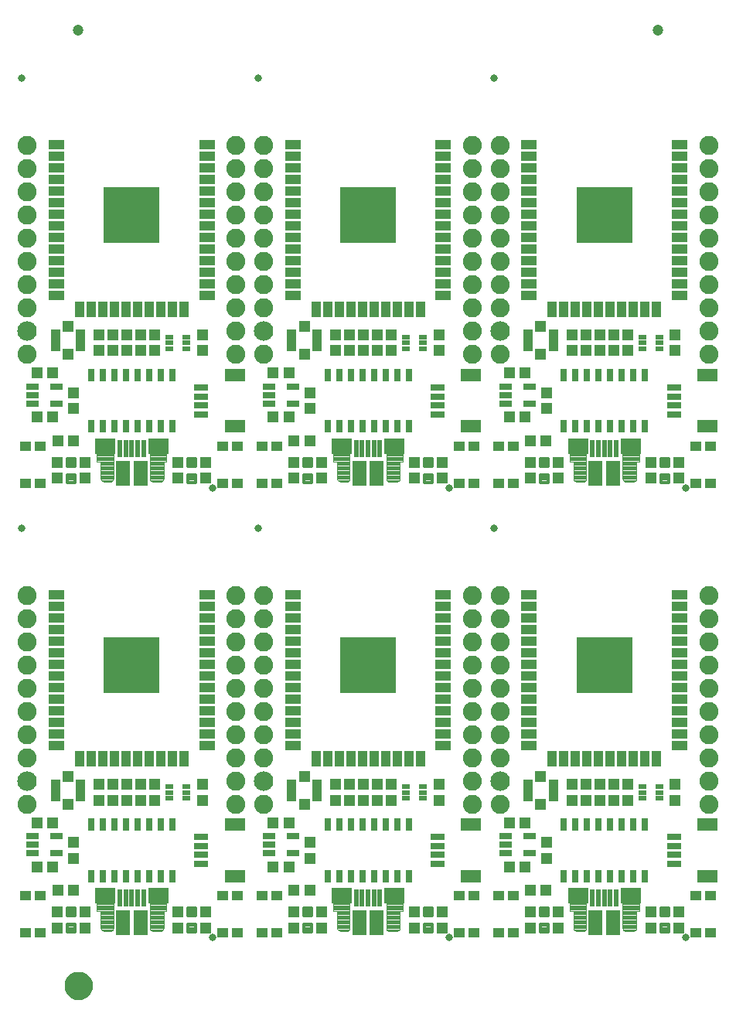
<source format=gts>
G75*
%MOIN*%
%OFA0B0*%
%FSLAX25Y25*%
%IPPOS*%
%LPD*%
%AMOC8*
5,1,8,0,0,1.08239X$1,22.5*
%
%ADD10C,0.08400*%
%ADD11R,0.04737X0.05131*%
%ADD12R,0.03398X0.01981*%
%ADD13R,0.06706X0.04343*%
%ADD14R,0.04343X0.06706*%
%ADD15R,0.24422X0.24422*%
%ADD16R,0.02375X0.07690*%
%ADD17R,0.08674X0.06548*%
%ADD18R,0.06410X0.10643*%
%ADD19C,0.00400*%
%ADD20R,0.05524X0.02965*%
%ADD21R,0.05131X0.04737*%
%ADD22R,0.08674X0.05524*%
%ADD23R,0.06115X0.03162*%
%ADD24R,0.04737X0.04343*%
%ADD25C,0.01421*%
%ADD26R,0.04146X0.09461*%
%ADD27R,0.04737X0.04934*%
%ADD28R,0.03162X0.05524*%
%ADD29C,0.08200*%
%ADD30C,0.03300*%
%ADD31C,0.04737*%
%ADD32C,0.05000*%
%ADD33C,0.06706*%
D10*
X0033500Y0108750D03*
X0135421Y0108750D03*
X0237342Y0108750D03*
X0237342Y0302451D03*
X0135421Y0302451D03*
X0033500Y0302451D03*
D11*
X0053500Y0275797D03*
X0053500Y0269104D03*
X0058500Y0245797D03*
X0058500Y0239104D03*
X0046500Y0239104D03*
X0046500Y0245797D03*
X0064500Y0294104D03*
X0070500Y0294104D03*
X0076500Y0294104D03*
X0082500Y0294104D03*
X0088500Y0294104D03*
X0088500Y0300797D03*
X0082500Y0300797D03*
X0076500Y0300797D03*
X0070500Y0300797D03*
X0064500Y0300797D03*
X0098500Y0245797D03*
X0098500Y0239104D03*
X0110500Y0239104D03*
X0110500Y0245797D03*
X0109000Y0294104D03*
X0109000Y0300797D03*
X0148421Y0245797D03*
X0148421Y0239104D03*
X0160421Y0239104D03*
X0160421Y0245797D03*
X0155421Y0269104D03*
X0155421Y0275797D03*
X0166421Y0294104D03*
X0172421Y0294104D03*
X0178421Y0294104D03*
X0184421Y0294104D03*
X0190421Y0294104D03*
X0190421Y0300797D03*
X0184421Y0300797D03*
X0178421Y0300797D03*
X0172421Y0300797D03*
X0166421Y0300797D03*
X0210921Y0300797D03*
X0210921Y0294104D03*
X0212421Y0245797D03*
X0212421Y0239104D03*
X0200421Y0239104D03*
X0200421Y0245797D03*
X0250342Y0245797D03*
X0250342Y0239104D03*
X0262342Y0239104D03*
X0262342Y0245797D03*
X0257342Y0269104D03*
X0257342Y0275797D03*
X0268342Y0294104D03*
X0274342Y0294104D03*
X0280342Y0294104D03*
X0286342Y0294104D03*
X0292342Y0294104D03*
X0292342Y0300797D03*
X0286342Y0300797D03*
X0280342Y0300797D03*
X0274342Y0300797D03*
X0268342Y0300797D03*
X0312842Y0300797D03*
X0312842Y0294104D03*
X0314342Y0245797D03*
X0314342Y0239104D03*
X0302342Y0239104D03*
X0302342Y0245797D03*
X0292342Y0107096D03*
X0292342Y0100404D03*
X0286342Y0100404D03*
X0286342Y0107096D03*
X0280342Y0107096D03*
X0274342Y0107096D03*
X0274342Y0100404D03*
X0280342Y0100404D03*
X0268342Y0100404D03*
X0268342Y0107096D03*
X0257342Y0082096D03*
X0257342Y0075404D03*
X0262342Y0052096D03*
X0262342Y0045404D03*
X0250342Y0045404D03*
X0250342Y0052096D03*
X0212421Y0052096D03*
X0212421Y0045404D03*
X0200421Y0045404D03*
X0200421Y0052096D03*
X0190421Y0100404D03*
X0184421Y0100404D03*
X0184421Y0107096D03*
X0190421Y0107096D03*
X0178421Y0107096D03*
X0178421Y0100404D03*
X0172421Y0100404D03*
X0166421Y0100404D03*
X0166421Y0107096D03*
X0172421Y0107096D03*
X0155421Y0082096D03*
X0155421Y0075404D03*
X0160421Y0052096D03*
X0160421Y0045404D03*
X0148421Y0045404D03*
X0148421Y0052096D03*
X0110500Y0052096D03*
X0110500Y0045404D03*
X0098500Y0045404D03*
X0098500Y0052096D03*
X0088500Y0100404D03*
X0088500Y0107096D03*
X0082500Y0107096D03*
X0076500Y0107096D03*
X0076500Y0100404D03*
X0082500Y0100404D03*
X0070500Y0100404D03*
X0070500Y0107096D03*
X0064500Y0107096D03*
X0064500Y0100404D03*
X0053500Y0082096D03*
X0053500Y0075404D03*
X0058500Y0052096D03*
X0058500Y0045404D03*
X0046500Y0045404D03*
X0046500Y0052096D03*
X0109000Y0100404D03*
X0109000Y0107096D03*
X0210921Y0107096D03*
X0210921Y0100404D03*
X0302342Y0052096D03*
X0302342Y0045404D03*
X0314342Y0045404D03*
X0314342Y0052096D03*
X0312842Y0100404D03*
X0312842Y0107096D03*
D12*
X0305965Y0106309D03*
X0305965Y0103750D03*
X0305965Y0101191D03*
X0298720Y0101191D03*
X0298720Y0103750D03*
X0298720Y0106309D03*
X0204043Y0106309D03*
X0204043Y0103750D03*
X0204043Y0101191D03*
X0196799Y0101191D03*
X0196799Y0103750D03*
X0196799Y0106309D03*
X0102122Y0106309D03*
X0102122Y0103750D03*
X0102122Y0101191D03*
X0094878Y0101191D03*
X0094878Y0103750D03*
X0094878Y0106309D03*
X0094878Y0294892D03*
X0094878Y0297451D03*
X0094878Y0300010D03*
X0102122Y0300010D03*
X0102122Y0297451D03*
X0102122Y0294892D03*
X0196799Y0294892D03*
X0196799Y0297451D03*
X0196799Y0300010D03*
X0204043Y0300010D03*
X0204043Y0297451D03*
X0204043Y0294892D03*
X0298720Y0294892D03*
X0298720Y0297451D03*
X0298720Y0300010D03*
X0305965Y0300010D03*
X0305965Y0297451D03*
X0305965Y0294892D03*
D13*
X0314776Y0317766D03*
X0314776Y0322766D03*
X0314776Y0327766D03*
X0314776Y0332766D03*
X0314776Y0337766D03*
X0314776Y0342766D03*
X0314776Y0347766D03*
X0314776Y0352766D03*
X0314776Y0357766D03*
X0314776Y0362766D03*
X0314776Y0367766D03*
X0314776Y0372766D03*
X0314776Y0377766D03*
X0314776Y0382766D03*
X0249909Y0382766D03*
X0249909Y0377766D03*
X0249909Y0372766D03*
X0249909Y0367766D03*
X0249909Y0362766D03*
X0249909Y0357766D03*
X0249909Y0352766D03*
X0249909Y0347766D03*
X0249909Y0342766D03*
X0249909Y0337766D03*
X0249909Y0332766D03*
X0249909Y0327766D03*
X0249909Y0322766D03*
X0249909Y0317766D03*
X0212854Y0317766D03*
X0212854Y0322766D03*
X0212854Y0327766D03*
X0212854Y0332766D03*
X0212854Y0337766D03*
X0212854Y0342766D03*
X0212854Y0347766D03*
X0212854Y0352766D03*
X0212854Y0357766D03*
X0212854Y0362766D03*
X0212854Y0367766D03*
X0212854Y0372766D03*
X0212854Y0377766D03*
X0212854Y0382766D03*
X0147988Y0382766D03*
X0147988Y0377766D03*
X0147988Y0372766D03*
X0147988Y0367766D03*
X0147988Y0362766D03*
X0147988Y0357766D03*
X0147988Y0352766D03*
X0147988Y0347766D03*
X0147988Y0342766D03*
X0147988Y0337766D03*
X0147988Y0332766D03*
X0147988Y0327766D03*
X0147988Y0322766D03*
X0147988Y0317766D03*
X0110933Y0317766D03*
X0110933Y0322766D03*
X0110933Y0327766D03*
X0110933Y0332766D03*
X0110933Y0337766D03*
X0110933Y0342766D03*
X0110933Y0347766D03*
X0110933Y0352766D03*
X0110933Y0357766D03*
X0110933Y0362766D03*
X0110933Y0367766D03*
X0110933Y0372766D03*
X0110933Y0377766D03*
X0110933Y0382766D03*
X0046067Y0382766D03*
X0046067Y0377766D03*
X0046067Y0372766D03*
X0046067Y0367766D03*
X0046067Y0362766D03*
X0046067Y0357766D03*
X0046067Y0352766D03*
X0046067Y0347766D03*
X0046067Y0342766D03*
X0046067Y0337766D03*
X0046067Y0332766D03*
X0046067Y0327766D03*
X0046067Y0322766D03*
X0046067Y0317766D03*
X0046067Y0189065D03*
X0046067Y0184065D03*
X0046067Y0179065D03*
X0046067Y0174065D03*
X0046067Y0169065D03*
X0046067Y0164065D03*
X0046067Y0159065D03*
X0046067Y0154065D03*
X0046067Y0149065D03*
X0046067Y0144065D03*
X0046067Y0139065D03*
X0046067Y0134065D03*
X0046067Y0129065D03*
X0046067Y0124065D03*
X0110933Y0124065D03*
X0110933Y0129065D03*
X0110933Y0134065D03*
X0110933Y0139065D03*
X0110933Y0144065D03*
X0110933Y0149065D03*
X0110933Y0154065D03*
X0110933Y0159065D03*
X0110933Y0164065D03*
X0110933Y0169065D03*
X0110933Y0174065D03*
X0110933Y0179065D03*
X0110933Y0184065D03*
X0110933Y0189065D03*
X0147988Y0189065D03*
X0147988Y0184065D03*
X0147988Y0179065D03*
X0147988Y0174065D03*
X0147988Y0169065D03*
X0147988Y0164065D03*
X0147988Y0159065D03*
X0147988Y0154065D03*
X0147988Y0149065D03*
X0147988Y0144065D03*
X0147988Y0139065D03*
X0147988Y0134065D03*
X0147988Y0129065D03*
X0147988Y0124065D03*
X0212854Y0124065D03*
X0212854Y0129065D03*
X0212854Y0134065D03*
X0212854Y0139065D03*
X0212854Y0144065D03*
X0212854Y0149065D03*
X0212854Y0154065D03*
X0212854Y0159065D03*
X0212854Y0164065D03*
X0212854Y0169065D03*
X0212854Y0174065D03*
X0212854Y0179065D03*
X0212854Y0184065D03*
X0212854Y0189065D03*
X0249909Y0189065D03*
X0249909Y0184065D03*
X0249909Y0179065D03*
X0249909Y0174065D03*
X0249909Y0169065D03*
X0249909Y0164065D03*
X0249909Y0159065D03*
X0249909Y0154065D03*
X0249909Y0149065D03*
X0249909Y0144065D03*
X0249909Y0139065D03*
X0249909Y0134065D03*
X0249909Y0129065D03*
X0249909Y0124065D03*
X0314776Y0124065D03*
X0314776Y0129065D03*
X0314776Y0134065D03*
X0314776Y0139065D03*
X0314776Y0144065D03*
X0314776Y0149065D03*
X0314776Y0154065D03*
X0314776Y0159065D03*
X0314776Y0164065D03*
X0314776Y0169065D03*
X0314776Y0174065D03*
X0314776Y0179065D03*
X0314776Y0184065D03*
X0314776Y0189065D03*
D14*
X0304842Y0118199D03*
X0299842Y0118199D03*
X0294842Y0118199D03*
X0289842Y0118199D03*
X0284842Y0118199D03*
X0279842Y0118199D03*
X0274842Y0118199D03*
X0269842Y0118199D03*
X0264842Y0118199D03*
X0259842Y0118199D03*
X0202921Y0118199D03*
X0197921Y0118199D03*
X0192921Y0118199D03*
X0187921Y0118199D03*
X0182921Y0118199D03*
X0177921Y0118199D03*
X0172921Y0118199D03*
X0167921Y0118199D03*
X0162921Y0118199D03*
X0157921Y0118199D03*
X0101000Y0118199D03*
X0096000Y0118199D03*
X0091000Y0118199D03*
X0086000Y0118199D03*
X0081000Y0118199D03*
X0076000Y0118199D03*
X0071000Y0118199D03*
X0066000Y0118199D03*
X0061000Y0118199D03*
X0056000Y0118199D03*
X0056000Y0311900D03*
X0061000Y0311900D03*
X0066000Y0311900D03*
X0071000Y0311900D03*
X0076000Y0311900D03*
X0081000Y0311900D03*
X0086000Y0311900D03*
X0091000Y0311900D03*
X0096000Y0311900D03*
X0101000Y0311900D03*
X0157921Y0311900D03*
X0162921Y0311900D03*
X0167921Y0311900D03*
X0172921Y0311900D03*
X0177921Y0311900D03*
X0182921Y0311900D03*
X0187921Y0311900D03*
X0192921Y0311900D03*
X0197921Y0311900D03*
X0202921Y0311900D03*
X0259842Y0311900D03*
X0264842Y0311900D03*
X0269842Y0311900D03*
X0274842Y0311900D03*
X0279842Y0311900D03*
X0284842Y0311900D03*
X0289842Y0311900D03*
X0294842Y0311900D03*
X0299842Y0311900D03*
X0304842Y0311900D03*
D15*
X0282342Y0352451D03*
X0180421Y0352451D03*
X0078500Y0352451D03*
X0078500Y0158750D03*
X0180421Y0158750D03*
X0282342Y0158750D03*
D16*
X0282342Y0251951D03*
X0279783Y0251951D03*
X0277224Y0251951D03*
X0284902Y0251951D03*
X0287461Y0251951D03*
X0185539Y0251951D03*
X0182980Y0251951D03*
X0180421Y0251951D03*
X0177862Y0251951D03*
X0175303Y0251951D03*
X0083618Y0251951D03*
X0081059Y0251951D03*
X0078500Y0251951D03*
X0075941Y0251951D03*
X0073382Y0251951D03*
X0073382Y0058250D03*
X0075941Y0058250D03*
X0078500Y0058250D03*
X0081059Y0058250D03*
X0083618Y0058250D03*
X0175303Y0058250D03*
X0177862Y0058250D03*
X0180421Y0058250D03*
X0182980Y0058250D03*
X0185539Y0058250D03*
X0277224Y0058250D03*
X0279783Y0058250D03*
X0282342Y0058250D03*
X0284902Y0058250D03*
X0287461Y0058250D03*
D17*
X0293760Y0059333D03*
X0270925Y0059333D03*
X0191839Y0059333D03*
X0169004Y0059333D03*
X0089917Y0059333D03*
X0067083Y0059333D03*
X0067083Y0253033D03*
X0089917Y0253033D03*
X0169004Y0253033D03*
X0191839Y0253033D03*
X0270925Y0253033D03*
X0293760Y0253033D03*
D18*
X0286132Y0241419D03*
X0278553Y0241419D03*
X0184211Y0241419D03*
X0176632Y0241419D03*
X0082289Y0241419D03*
X0074711Y0241419D03*
X0074711Y0047719D03*
X0082289Y0047719D03*
X0176632Y0047719D03*
X0184211Y0047719D03*
X0278553Y0047719D03*
X0286132Y0047719D03*
D19*
X0290217Y0047916D02*
X0296122Y0047916D01*
X0296122Y0048314D02*
X0290217Y0048314D01*
X0290217Y0048713D02*
X0296122Y0048713D01*
X0296122Y0049111D02*
X0290217Y0049111D01*
X0290217Y0049510D02*
X0296122Y0049510D01*
X0296122Y0049908D02*
X0290217Y0049908D01*
X0290217Y0050307D02*
X0296122Y0050307D01*
X0296122Y0050705D02*
X0290217Y0050705D01*
X0290217Y0051104D02*
X0296122Y0051104D01*
X0296122Y0051502D02*
X0290217Y0051502D01*
X0290217Y0051901D02*
X0296122Y0051901D01*
X0296122Y0052299D02*
X0290217Y0052299D01*
X0290217Y0052698D02*
X0297303Y0052698D01*
X0297303Y0052640D02*
X0296122Y0052640D01*
X0296122Y0045159D01*
X0296044Y0044858D01*
X0295900Y0044581D01*
X0295699Y0044343D01*
X0295449Y0044156D01*
X0295165Y0044029D01*
X0294859Y0043969D01*
X0294547Y0043978D01*
X0291398Y0043978D01*
X0291135Y0044008D01*
X0290885Y0044095D01*
X0290661Y0044236D01*
X0290474Y0044423D01*
X0290333Y0044647D01*
X0290246Y0044897D01*
X0290217Y0045159D01*
X0290217Y0055789D01*
X0297303Y0055789D01*
X0297303Y0052640D01*
X0297303Y0053096D02*
X0290217Y0053096D01*
X0290217Y0053495D02*
X0297303Y0053495D01*
X0297303Y0053893D02*
X0290217Y0053893D01*
X0290217Y0054292D02*
X0297303Y0054292D01*
X0297303Y0054690D02*
X0290217Y0054690D01*
X0290217Y0055089D02*
X0297303Y0055089D01*
X0297303Y0055487D02*
X0290217Y0055487D01*
X0290217Y0047517D02*
X0296122Y0047517D01*
X0296122Y0047119D02*
X0290217Y0047119D01*
X0290217Y0046720D02*
X0296122Y0046720D01*
X0296122Y0046322D02*
X0290217Y0046322D01*
X0290217Y0045923D02*
X0296122Y0045923D01*
X0296122Y0045525D02*
X0290217Y0045525D01*
X0290220Y0045126D02*
X0296113Y0045126D01*
X0295976Y0044728D02*
X0290305Y0044728D01*
X0290568Y0044329D02*
X0295680Y0044329D01*
X0274478Y0045242D02*
X0274417Y0044936D01*
X0274291Y0044651D01*
X0274104Y0044402D01*
X0273866Y0044200D01*
X0273589Y0044057D01*
X0273287Y0043978D01*
X0270531Y0043978D01*
X0270181Y0044018D01*
X0269848Y0044134D01*
X0269550Y0044322D01*
X0269300Y0044571D01*
X0269113Y0044870D01*
X0268996Y0045203D01*
X0268957Y0045553D01*
X0268957Y0052640D01*
X0267382Y0052640D01*
X0267382Y0055789D01*
X0274468Y0055789D01*
X0274468Y0045553D01*
X0274478Y0045242D01*
X0274455Y0045126D02*
X0269023Y0045126D01*
X0268960Y0045525D02*
X0274469Y0045525D01*
X0274468Y0045923D02*
X0268957Y0045923D01*
X0268957Y0046322D02*
X0274468Y0046322D01*
X0274468Y0046720D02*
X0268957Y0046720D01*
X0268957Y0047119D02*
X0274468Y0047119D01*
X0274468Y0047517D02*
X0268957Y0047517D01*
X0268957Y0047916D02*
X0274468Y0047916D01*
X0274468Y0048314D02*
X0268957Y0048314D01*
X0268957Y0048713D02*
X0274468Y0048713D01*
X0274468Y0049111D02*
X0268957Y0049111D01*
X0268957Y0049510D02*
X0274468Y0049510D01*
X0274468Y0049908D02*
X0268957Y0049908D01*
X0268957Y0050307D02*
X0274468Y0050307D01*
X0274468Y0050705D02*
X0268957Y0050705D01*
X0268957Y0051104D02*
X0274468Y0051104D01*
X0274468Y0051502D02*
X0268957Y0051502D01*
X0268957Y0051901D02*
X0274468Y0051901D01*
X0274468Y0052299D02*
X0268957Y0052299D01*
X0267382Y0052698D02*
X0274468Y0052698D01*
X0274468Y0053096D02*
X0267382Y0053096D01*
X0267382Y0053495D02*
X0274468Y0053495D01*
X0274468Y0053893D02*
X0267382Y0053893D01*
X0267382Y0054292D02*
X0274468Y0054292D01*
X0274468Y0054690D02*
X0267382Y0054690D01*
X0267382Y0055089D02*
X0274468Y0055089D01*
X0274468Y0055487D02*
X0267382Y0055487D01*
X0269202Y0044728D02*
X0274325Y0044728D01*
X0274018Y0044329D02*
X0269542Y0044329D01*
X0195382Y0052640D02*
X0194201Y0052640D01*
X0194201Y0045159D01*
X0194122Y0044858D01*
X0193979Y0044581D01*
X0193777Y0044343D01*
X0193528Y0044156D01*
X0193243Y0044029D01*
X0192938Y0043969D01*
X0192626Y0043978D01*
X0189476Y0043978D01*
X0189214Y0044008D01*
X0188964Y0044095D01*
X0188740Y0044236D01*
X0188553Y0044423D01*
X0188412Y0044647D01*
X0188325Y0044897D01*
X0188295Y0045159D01*
X0188295Y0055789D01*
X0195382Y0055789D01*
X0195382Y0052640D01*
X0195382Y0052698D02*
X0188295Y0052698D01*
X0188295Y0053096D02*
X0195382Y0053096D01*
X0195382Y0053495D02*
X0188295Y0053495D01*
X0188295Y0053893D02*
X0195382Y0053893D01*
X0195382Y0054292D02*
X0188295Y0054292D01*
X0188295Y0054690D02*
X0195382Y0054690D01*
X0195382Y0055089D02*
X0188295Y0055089D01*
X0188295Y0055487D02*
X0195382Y0055487D01*
X0194201Y0052299D02*
X0188295Y0052299D01*
X0188295Y0051901D02*
X0194201Y0051901D01*
X0194201Y0051502D02*
X0188295Y0051502D01*
X0188295Y0051104D02*
X0194201Y0051104D01*
X0194201Y0050705D02*
X0188295Y0050705D01*
X0188295Y0050307D02*
X0194201Y0050307D01*
X0194201Y0049908D02*
X0188295Y0049908D01*
X0188295Y0049510D02*
X0194201Y0049510D01*
X0194201Y0049111D02*
X0188295Y0049111D01*
X0188295Y0048713D02*
X0194201Y0048713D01*
X0194201Y0048314D02*
X0188295Y0048314D01*
X0188295Y0047916D02*
X0194201Y0047916D01*
X0194201Y0047517D02*
X0188295Y0047517D01*
X0188295Y0047119D02*
X0194201Y0047119D01*
X0194201Y0046720D02*
X0188295Y0046720D01*
X0188295Y0046322D02*
X0194201Y0046322D01*
X0194201Y0045923D02*
X0188295Y0045923D01*
X0188295Y0045525D02*
X0194201Y0045525D01*
X0194192Y0045126D02*
X0188299Y0045126D01*
X0188384Y0044728D02*
X0194055Y0044728D01*
X0193759Y0044329D02*
X0188647Y0044329D01*
X0172557Y0045242D02*
X0172496Y0044936D01*
X0172369Y0044651D01*
X0172182Y0044402D01*
X0171945Y0044200D01*
X0171668Y0044057D01*
X0171366Y0043978D01*
X0168610Y0043978D01*
X0168260Y0044018D01*
X0167927Y0044134D01*
X0167628Y0044322D01*
X0167379Y0044571D01*
X0167191Y0044870D01*
X0167075Y0045203D01*
X0167035Y0045553D01*
X0167035Y0052640D01*
X0165461Y0052640D01*
X0165461Y0055789D01*
X0172547Y0055789D01*
X0172547Y0045553D01*
X0172557Y0045242D01*
X0172534Y0045126D02*
X0167102Y0045126D01*
X0167039Y0045525D02*
X0172548Y0045525D01*
X0172547Y0045923D02*
X0167035Y0045923D01*
X0167035Y0046322D02*
X0172547Y0046322D01*
X0172547Y0046720D02*
X0167035Y0046720D01*
X0167035Y0047119D02*
X0172547Y0047119D01*
X0172547Y0047517D02*
X0167035Y0047517D01*
X0167035Y0047916D02*
X0172547Y0047916D01*
X0172547Y0048314D02*
X0167035Y0048314D01*
X0167035Y0048713D02*
X0172547Y0048713D01*
X0172547Y0049111D02*
X0167035Y0049111D01*
X0167035Y0049510D02*
X0172547Y0049510D01*
X0172547Y0049908D02*
X0167035Y0049908D01*
X0167035Y0050307D02*
X0172547Y0050307D01*
X0172547Y0050705D02*
X0167035Y0050705D01*
X0167035Y0051104D02*
X0172547Y0051104D01*
X0172547Y0051502D02*
X0167035Y0051502D01*
X0167035Y0051901D02*
X0172547Y0051901D01*
X0172547Y0052299D02*
X0167035Y0052299D01*
X0165461Y0052698D02*
X0172547Y0052698D01*
X0172547Y0053096D02*
X0165461Y0053096D01*
X0165461Y0053495D02*
X0172547Y0053495D01*
X0172547Y0053893D02*
X0165461Y0053893D01*
X0165461Y0054292D02*
X0172547Y0054292D01*
X0172547Y0054690D02*
X0165461Y0054690D01*
X0165461Y0055089D02*
X0172547Y0055089D01*
X0172547Y0055487D02*
X0165461Y0055487D01*
X0167281Y0044728D02*
X0172404Y0044728D01*
X0172097Y0044329D02*
X0167621Y0044329D01*
X0093461Y0052640D02*
X0092280Y0052640D01*
X0092280Y0045159D01*
X0092201Y0044858D01*
X0092058Y0044581D01*
X0091856Y0044343D01*
X0091607Y0044156D01*
X0091322Y0044029D01*
X0091016Y0043969D01*
X0090705Y0043978D01*
X0087555Y0043978D01*
X0087292Y0044008D01*
X0087043Y0044095D01*
X0086819Y0044236D01*
X0086632Y0044423D01*
X0086491Y0044647D01*
X0086404Y0044897D01*
X0086374Y0045159D01*
X0086374Y0055789D01*
X0093461Y0055789D01*
X0093461Y0052640D01*
X0093461Y0052698D02*
X0086374Y0052698D01*
X0086374Y0053096D02*
X0093461Y0053096D01*
X0093461Y0053495D02*
X0086374Y0053495D01*
X0086374Y0053893D02*
X0093461Y0053893D01*
X0093461Y0054292D02*
X0086374Y0054292D01*
X0086374Y0054690D02*
X0093461Y0054690D01*
X0093461Y0055089D02*
X0086374Y0055089D01*
X0086374Y0055487D02*
X0093461Y0055487D01*
X0092280Y0052299D02*
X0086374Y0052299D01*
X0086374Y0051901D02*
X0092280Y0051901D01*
X0092280Y0051502D02*
X0086374Y0051502D01*
X0086374Y0051104D02*
X0092280Y0051104D01*
X0092280Y0050705D02*
X0086374Y0050705D01*
X0086374Y0050307D02*
X0092280Y0050307D01*
X0092280Y0049908D02*
X0086374Y0049908D01*
X0086374Y0049510D02*
X0092280Y0049510D01*
X0092280Y0049111D02*
X0086374Y0049111D01*
X0086374Y0048713D02*
X0092280Y0048713D01*
X0092280Y0048314D02*
X0086374Y0048314D01*
X0086374Y0047916D02*
X0092280Y0047916D01*
X0092280Y0047517D02*
X0086374Y0047517D01*
X0086374Y0047119D02*
X0092280Y0047119D01*
X0092280Y0046720D02*
X0086374Y0046720D01*
X0086374Y0046322D02*
X0092280Y0046322D01*
X0092280Y0045923D02*
X0086374Y0045923D01*
X0086374Y0045525D02*
X0092280Y0045525D01*
X0092271Y0045126D02*
X0086378Y0045126D01*
X0086463Y0044728D02*
X0092134Y0044728D01*
X0091837Y0044329D02*
X0086726Y0044329D01*
X0070635Y0045242D02*
X0070575Y0044936D01*
X0070448Y0044651D01*
X0070261Y0044402D01*
X0070023Y0044200D01*
X0069747Y0044057D01*
X0069445Y0043978D01*
X0066689Y0043978D01*
X0066339Y0044018D01*
X0066006Y0044134D01*
X0065707Y0044322D01*
X0065458Y0044571D01*
X0065270Y0044870D01*
X0065154Y0045203D01*
X0065114Y0045553D01*
X0065114Y0052640D01*
X0063539Y0052640D01*
X0063539Y0055789D01*
X0070626Y0055789D01*
X0070626Y0045553D01*
X0070635Y0045242D01*
X0070612Y0045126D02*
X0065180Y0045126D01*
X0065117Y0045525D02*
X0070627Y0045525D01*
X0070626Y0045923D02*
X0065114Y0045923D01*
X0065114Y0046322D02*
X0070626Y0046322D01*
X0070626Y0046720D02*
X0065114Y0046720D01*
X0065114Y0047119D02*
X0070626Y0047119D01*
X0070626Y0047517D02*
X0065114Y0047517D01*
X0065114Y0047916D02*
X0070626Y0047916D01*
X0070626Y0048314D02*
X0065114Y0048314D01*
X0065114Y0048713D02*
X0070626Y0048713D01*
X0070626Y0049111D02*
X0065114Y0049111D01*
X0065114Y0049510D02*
X0070626Y0049510D01*
X0070626Y0049908D02*
X0065114Y0049908D01*
X0065114Y0050307D02*
X0070626Y0050307D01*
X0070626Y0050705D02*
X0065114Y0050705D01*
X0065114Y0051104D02*
X0070626Y0051104D01*
X0070626Y0051502D02*
X0065114Y0051502D01*
X0065114Y0051901D02*
X0070626Y0051901D01*
X0070626Y0052299D02*
X0065114Y0052299D01*
X0063539Y0052698D02*
X0070626Y0052698D01*
X0070626Y0053096D02*
X0063539Y0053096D01*
X0063539Y0053495D02*
X0070626Y0053495D01*
X0070626Y0053893D02*
X0063539Y0053893D01*
X0063539Y0054292D02*
X0070626Y0054292D01*
X0070626Y0054690D02*
X0063539Y0054690D01*
X0063539Y0055089D02*
X0070626Y0055089D01*
X0070626Y0055487D02*
X0063539Y0055487D01*
X0065359Y0044728D02*
X0070482Y0044728D01*
X0070175Y0044329D02*
X0065700Y0044329D01*
X0066689Y0237679D02*
X0066339Y0237719D01*
X0066006Y0237835D01*
X0065707Y0238023D01*
X0065458Y0238272D01*
X0065270Y0238571D01*
X0065154Y0238904D01*
X0065114Y0239254D01*
X0065114Y0246341D01*
X0063539Y0246341D01*
X0063539Y0249490D01*
X0070626Y0249490D01*
X0070626Y0239254D01*
X0070635Y0238942D01*
X0070575Y0238637D01*
X0070448Y0238352D01*
X0070261Y0238103D01*
X0070023Y0237901D01*
X0069747Y0237757D01*
X0069445Y0237679D01*
X0066689Y0237679D01*
X0065734Y0238006D02*
X0070147Y0238006D01*
X0070471Y0238404D02*
X0065375Y0238404D01*
X0065189Y0238803D02*
X0070608Y0238803D01*
X0070628Y0239201D02*
X0065120Y0239201D01*
X0065114Y0239600D02*
X0070626Y0239600D01*
X0070626Y0239998D02*
X0065114Y0239998D01*
X0065114Y0240397D02*
X0070626Y0240397D01*
X0070626Y0240795D02*
X0065114Y0240795D01*
X0065114Y0241194D02*
X0070626Y0241194D01*
X0070626Y0241592D02*
X0065114Y0241592D01*
X0065114Y0241991D02*
X0070626Y0241991D01*
X0070626Y0242389D02*
X0065114Y0242389D01*
X0065114Y0242788D02*
X0070626Y0242788D01*
X0070626Y0243186D02*
X0065114Y0243186D01*
X0065114Y0243585D02*
X0070626Y0243585D01*
X0070626Y0243983D02*
X0065114Y0243983D01*
X0065114Y0244382D02*
X0070626Y0244382D01*
X0070626Y0244780D02*
X0065114Y0244780D01*
X0065114Y0245179D02*
X0070626Y0245179D01*
X0070626Y0245577D02*
X0065114Y0245577D01*
X0065114Y0245976D02*
X0070626Y0245976D01*
X0070626Y0246374D02*
X0063539Y0246374D01*
X0063539Y0246773D02*
X0070626Y0246773D01*
X0070626Y0247171D02*
X0063539Y0247171D01*
X0063539Y0247570D02*
X0070626Y0247570D01*
X0070626Y0247968D02*
X0063539Y0247968D01*
X0063539Y0248367D02*
X0070626Y0248367D01*
X0070626Y0248765D02*
X0063539Y0248765D01*
X0063539Y0249164D02*
X0070626Y0249164D01*
X0086374Y0249164D02*
X0093461Y0249164D01*
X0093461Y0249490D02*
X0093461Y0246341D01*
X0092280Y0246341D01*
X0092280Y0238860D01*
X0092201Y0238559D01*
X0092058Y0238282D01*
X0091856Y0238044D01*
X0091607Y0237857D01*
X0091322Y0237730D01*
X0091016Y0237670D01*
X0090705Y0237679D01*
X0087555Y0237679D01*
X0087292Y0237709D01*
X0087043Y0237796D01*
X0086819Y0237937D01*
X0086632Y0238124D01*
X0086491Y0238348D01*
X0086404Y0238597D01*
X0086374Y0238860D01*
X0086374Y0249490D01*
X0093461Y0249490D01*
X0093461Y0248765D02*
X0086374Y0248765D01*
X0086374Y0248367D02*
X0093461Y0248367D01*
X0093461Y0247968D02*
X0086374Y0247968D01*
X0086374Y0247570D02*
X0093461Y0247570D01*
X0093461Y0247171D02*
X0086374Y0247171D01*
X0086374Y0246773D02*
X0093461Y0246773D01*
X0093461Y0246374D02*
X0086374Y0246374D01*
X0086374Y0245976D02*
X0092280Y0245976D01*
X0092280Y0245577D02*
X0086374Y0245577D01*
X0086374Y0245179D02*
X0092280Y0245179D01*
X0092280Y0244780D02*
X0086374Y0244780D01*
X0086374Y0244382D02*
X0092280Y0244382D01*
X0092280Y0243983D02*
X0086374Y0243983D01*
X0086374Y0243585D02*
X0092280Y0243585D01*
X0092280Y0243186D02*
X0086374Y0243186D01*
X0086374Y0242788D02*
X0092280Y0242788D01*
X0092280Y0242389D02*
X0086374Y0242389D01*
X0086374Y0241991D02*
X0092280Y0241991D01*
X0092280Y0241592D02*
X0086374Y0241592D01*
X0086374Y0241194D02*
X0092280Y0241194D01*
X0092280Y0240795D02*
X0086374Y0240795D01*
X0086374Y0240397D02*
X0092280Y0240397D01*
X0092280Y0239998D02*
X0086374Y0239998D01*
X0086374Y0239600D02*
X0092280Y0239600D01*
X0092280Y0239201D02*
X0086374Y0239201D01*
X0086381Y0238803D02*
X0092265Y0238803D01*
X0092121Y0238404D02*
X0086471Y0238404D01*
X0086750Y0238006D02*
X0091805Y0238006D01*
X0165461Y0246341D02*
X0165461Y0249490D01*
X0172547Y0249490D01*
X0172547Y0239254D01*
X0172557Y0238942D01*
X0172496Y0238637D01*
X0172369Y0238352D01*
X0172182Y0238103D01*
X0171945Y0237901D01*
X0171668Y0237757D01*
X0171366Y0237679D01*
X0168610Y0237679D01*
X0168260Y0237719D01*
X0167927Y0237835D01*
X0167628Y0238023D01*
X0167379Y0238272D01*
X0167191Y0238571D01*
X0167075Y0238904D01*
X0167035Y0239254D01*
X0167035Y0246341D01*
X0165461Y0246341D01*
X0165461Y0246374D02*
X0172547Y0246374D01*
X0172547Y0245976D02*
X0167035Y0245976D01*
X0167035Y0245577D02*
X0172547Y0245577D01*
X0172547Y0245179D02*
X0167035Y0245179D01*
X0167035Y0244780D02*
X0172547Y0244780D01*
X0172547Y0244382D02*
X0167035Y0244382D01*
X0167035Y0243983D02*
X0172547Y0243983D01*
X0172547Y0243585D02*
X0167035Y0243585D01*
X0167035Y0243186D02*
X0172547Y0243186D01*
X0172547Y0242788D02*
X0167035Y0242788D01*
X0167035Y0242389D02*
X0172547Y0242389D01*
X0172547Y0241991D02*
X0167035Y0241991D01*
X0167035Y0241592D02*
X0172547Y0241592D01*
X0172547Y0241194D02*
X0167035Y0241194D01*
X0167035Y0240795D02*
X0172547Y0240795D01*
X0172547Y0240397D02*
X0167035Y0240397D01*
X0167035Y0239998D02*
X0172547Y0239998D01*
X0172547Y0239600D02*
X0167035Y0239600D01*
X0167041Y0239201D02*
X0172549Y0239201D01*
X0172529Y0238803D02*
X0167110Y0238803D01*
X0167296Y0238404D02*
X0172393Y0238404D01*
X0172068Y0238006D02*
X0167656Y0238006D01*
X0165461Y0246773D02*
X0172547Y0246773D01*
X0172547Y0247171D02*
X0165461Y0247171D01*
X0165461Y0247570D02*
X0172547Y0247570D01*
X0172547Y0247968D02*
X0165461Y0247968D01*
X0165461Y0248367D02*
X0172547Y0248367D01*
X0172547Y0248765D02*
X0165461Y0248765D01*
X0165461Y0249164D02*
X0172547Y0249164D01*
X0188295Y0249164D02*
X0195382Y0249164D01*
X0195382Y0249490D02*
X0195382Y0246341D01*
X0194201Y0246341D01*
X0194201Y0238860D01*
X0194122Y0238559D01*
X0193979Y0238282D01*
X0193777Y0238044D01*
X0193528Y0237857D01*
X0193243Y0237730D01*
X0192938Y0237670D01*
X0192626Y0237679D01*
X0189476Y0237679D01*
X0189214Y0237709D01*
X0188964Y0237796D01*
X0188740Y0237937D01*
X0188553Y0238124D01*
X0188412Y0238348D01*
X0188325Y0238597D01*
X0188295Y0238860D01*
X0188295Y0249490D01*
X0195382Y0249490D01*
X0195382Y0248765D02*
X0188295Y0248765D01*
X0188295Y0248367D02*
X0195382Y0248367D01*
X0195382Y0247968D02*
X0188295Y0247968D01*
X0188295Y0247570D02*
X0195382Y0247570D01*
X0195382Y0247171D02*
X0188295Y0247171D01*
X0188295Y0246773D02*
X0195382Y0246773D01*
X0195382Y0246374D02*
X0188295Y0246374D01*
X0188295Y0245976D02*
X0194201Y0245976D01*
X0194201Y0245577D02*
X0188295Y0245577D01*
X0188295Y0245179D02*
X0194201Y0245179D01*
X0194201Y0244780D02*
X0188295Y0244780D01*
X0188295Y0244382D02*
X0194201Y0244382D01*
X0194201Y0243983D02*
X0188295Y0243983D01*
X0188295Y0243585D02*
X0194201Y0243585D01*
X0194201Y0243186D02*
X0188295Y0243186D01*
X0188295Y0242788D02*
X0194201Y0242788D01*
X0194201Y0242389D02*
X0188295Y0242389D01*
X0188295Y0241991D02*
X0194201Y0241991D01*
X0194201Y0241592D02*
X0188295Y0241592D01*
X0188295Y0241194D02*
X0194201Y0241194D01*
X0194201Y0240795D02*
X0188295Y0240795D01*
X0188295Y0240397D02*
X0194201Y0240397D01*
X0194201Y0239998D02*
X0188295Y0239998D01*
X0188295Y0239600D02*
X0194201Y0239600D01*
X0194201Y0239201D02*
X0188295Y0239201D01*
X0188302Y0238803D02*
X0194186Y0238803D01*
X0194042Y0238404D02*
X0188393Y0238404D01*
X0188671Y0238006D02*
X0193726Y0238006D01*
X0267382Y0246341D02*
X0267382Y0249490D01*
X0274468Y0249490D01*
X0274468Y0239254D01*
X0274478Y0238942D01*
X0274417Y0238637D01*
X0274291Y0238352D01*
X0274104Y0238103D01*
X0273866Y0237901D01*
X0273589Y0237757D01*
X0273287Y0237679D01*
X0270531Y0237679D01*
X0270181Y0237719D01*
X0269848Y0237835D01*
X0269550Y0238023D01*
X0269300Y0238272D01*
X0269113Y0238571D01*
X0268996Y0238904D01*
X0268957Y0239254D01*
X0268957Y0246341D01*
X0267382Y0246341D01*
X0267382Y0246374D02*
X0274468Y0246374D01*
X0274468Y0245976D02*
X0268957Y0245976D01*
X0268957Y0245577D02*
X0274468Y0245577D01*
X0274468Y0245179D02*
X0268957Y0245179D01*
X0268957Y0244780D02*
X0274468Y0244780D01*
X0274468Y0244382D02*
X0268957Y0244382D01*
X0268957Y0243983D02*
X0274468Y0243983D01*
X0274468Y0243585D02*
X0268957Y0243585D01*
X0268957Y0243186D02*
X0274468Y0243186D01*
X0274468Y0242788D02*
X0268957Y0242788D01*
X0268957Y0242389D02*
X0274468Y0242389D01*
X0274468Y0241991D02*
X0268957Y0241991D01*
X0268957Y0241592D02*
X0274468Y0241592D01*
X0274468Y0241194D02*
X0268957Y0241194D01*
X0268957Y0240795D02*
X0274468Y0240795D01*
X0274468Y0240397D02*
X0268957Y0240397D01*
X0268957Y0239998D02*
X0274468Y0239998D01*
X0274468Y0239600D02*
X0268957Y0239600D01*
X0268963Y0239201D02*
X0274470Y0239201D01*
X0274450Y0238803D02*
X0269031Y0238803D01*
X0269217Y0238404D02*
X0274314Y0238404D01*
X0273989Y0238006D02*
X0269577Y0238006D01*
X0267382Y0246773D02*
X0274468Y0246773D01*
X0274468Y0247171D02*
X0267382Y0247171D01*
X0267382Y0247570D02*
X0274468Y0247570D01*
X0274468Y0247968D02*
X0267382Y0247968D01*
X0267382Y0248367D02*
X0274468Y0248367D01*
X0274468Y0248765D02*
X0267382Y0248765D01*
X0267382Y0249164D02*
X0274468Y0249164D01*
X0290217Y0249164D02*
X0297303Y0249164D01*
X0297303Y0249490D02*
X0297303Y0246341D01*
X0296122Y0246341D01*
X0296122Y0238860D01*
X0296044Y0238559D01*
X0295900Y0238282D01*
X0295699Y0238044D01*
X0295449Y0237857D01*
X0295165Y0237730D01*
X0294859Y0237670D01*
X0294547Y0237679D01*
X0291398Y0237679D01*
X0291135Y0237709D01*
X0290885Y0237796D01*
X0290661Y0237937D01*
X0290474Y0238124D01*
X0290333Y0238348D01*
X0290246Y0238597D01*
X0290217Y0238860D01*
X0290217Y0249490D01*
X0297303Y0249490D01*
X0297303Y0248765D02*
X0290217Y0248765D01*
X0290217Y0248367D02*
X0297303Y0248367D01*
X0297303Y0247968D02*
X0290217Y0247968D01*
X0290217Y0247570D02*
X0297303Y0247570D01*
X0297303Y0247171D02*
X0290217Y0247171D01*
X0290217Y0246773D02*
X0297303Y0246773D01*
X0297303Y0246374D02*
X0290217Y0246374D01*
X0290217Y0245976D02*
X0296122Y0245976D01*
X0296122Y0245577D02*
X0290217Y0245577D01*
X0290217Y0245179D02*
X0296122Y0245179D01*
X0296122Y0244780D02*
X0290217Y0244780D01*
X0290217Y0244382D02*
X0296122Y0244382D01*
X0296122Y0243983D02*
X0290217Y0243983D01*
X0290217Y0243585D02*
X0296122Y0243585D01*
X0296122Y0243186D02*
X0290217Y0243186D01*
X0290217Y0242788D02*
X0296122Y0242788D01*
X0296122Y0242389D02*
X0290217Y0242389D01*
X0290217Y0241991D02*
X0296122Y0241991D01*
X0296122Y0241592D02*
X0290217Y0241592D01*
X0290217Y0241194D02*
X0296122Y0241194D01*
X0296122Y0240795D02*
X0290217Y0240795D01*
X0290217Y0240397D02*
X0296122Y0240397D01*
X0296122Y0239998D02*
X0290217Y0239998D01*
X0290217Y0239600D02*
X0296122Y0239600D01*
X0296122Y0239201D02*
X0290217Y0239201D01*
X0290223Y0238803D02*
X0296107Y0238803D01*
X0295964Y0238404D02*
X0290314Y0238404D01*
X0290592Y0238006D02*
X0295647Y0238006D01*
D20*
X0249961Y0271211D03*
X0249961Y0278691D03*
X0239724Y0278691D03*
X0239724Y0274951D03*
X0239724Y0271211D03*
X0148040Y0271211D03*
X0148040Y0278691D03*
X0137803Y0278691D03*
X0137803Y0274951D03*
X0137803Y0271211D03*
X0046119Y0271211D03*
X0046119Y0278691D03*
X0035881Y0278691D03*
X0035881Y0274951D03*
X0035881Y0271211D03*
X0035881Y0084990D03*
X0035881Y0081250D03*
X0035881Y0077510D03*
X0046119Y0077510D03*
X0046119Y0084990D03*
X0137803Y0084990D03*
X0137803Y0081250D03*
X0137803Y0077510D03*
X0148040Y0077510D03*
X0148040Y0084990D03*
X0239724Y0084990D03*
X0239724Y0081250D03*
X0239724Y0077510D03*
X0249961Y0077510D03*
X0249961Y0084990D03*
D21*
X0248189Y0090750D03*
X0241496Y0090750D03*
X0241496Y0071750D03*
X0248189Y0071750D03*
X0250496Y0061450D03*
X0257189Y0061450D03*
X0155268Y0061450D03*
X0148575Y0061450D03*
X0146268Y0071750D03*
X0139575Y0071750D03*
X0139575Y0090750D03*
X0146268Y0090750D03*
X0053346Y0061450D03*
X0046654Y0061450D03*
X0044346Y0071750D03*
X0037654Y0071750D03*
X0037654Y0090750D03*
X0044346Y0090750D03*
X0046654Y0255151D03*
X0053346Y0255151D03*
X0044346Y0265451D03*
X0037654Y0265451D03*
X0037654Y0284451D03*
X0044346Y0284451D03*
X0139575Y0284451D03*
X0146268Y0284451D03*
X0146268Y0265451D03*
X0139575Y0265451D03*
X0148575Y0255151D03*
X0155268Y0255151D03*
X0241496Y0265451D03*
X0248189Y0265451D03*
X0250496Y0255151D03*
X0257189Y0255151D03*
X0248189Y0284451D03*
X0241496Y0284451D03*
D22*
X0224890Y0283474D03*
X0224890Y0261427D03*
X0326811Y0261427D03*
X0326811Y0283474D03*
X0326811Y0089774D03*
X0326811Y0067726D03*
X0224890Y0067726D03*
X0224890Y0089774D03*
X0122969Y0089774D03*
X0122969Y0067726D03*
X0122969Y0261427D03*
X0122969Y0283474D03*
D23*
X0108500Y0278356D03*
X0108500Y0274419D03*
X0108500Y0270482D03*
X0108500Y0266545D03*
X0210421Y0266545D03*
X0210421Y0270482D03*
X0210421Y0274419D03*
X0210421Y0278356D03*
X0312342Y0278356D03*
X0312342Y0274419D03*
X0312342Y0270482D03*
X0312342Y0266545D03*
X0312342Y0084656D03*
X0312342Y0080719D03*
X0312342Y0076781D03*
X0312342Y0072844D03*
X0210421Y0072844D03*
X0210421Y0076781D03*
X0210421Y0080719D03*
X0210421Y0084656D03*
X0108500Y0084656D03*
X0108500Y0080719D03*
X0108500Y0076781D03*
X0108500Y0072844D03*
D24*
X0032850Y0043179D03*
X0039150Y0043179D03*
X0039150Y0059321D03*
X0032850Y0059321D03*
X0117850Y0059321D03*
X0124150Y0059321D03*
X0134772Y0059321D03*
X0141071Y0059321D03*
X0141071Y0043179D03*
X0134772Y0043179D03*
X0124150Y0043179D03*
X0117850Y0043179D03*
X0219772Y0043179D03*
X0226071Y0043179D03*
X0236693Y0043179D03*
X0242992Y0043179D03*
X0242992Y0059321D03*
X0236693Y0059321D03*
X0226071Y0059321D03*
X0219772Y0059321D03*
X0321693Y0059321D03*
X0327992Y0059321D03*
X0327992Y0043179D03*
X0321693Y0043179D03*
X0321693Y0236880D03*
X0327992Y0236880D03*
X0327992Y0253022D03*
X0321693Y0253022D03*
X0242992Y0253022D03*
X0236693Y0253022D03*
X0226071Y0253022D03*
X0219772Y0253022D03*
X0219772Y0236880D03*
X0226071Y0236880D03*
X0236693Y0236880D03*
X0242992Y0236880D03*
X0141071Y0236880D03*
X0134772Y0236880D03*
X0124150Y0236880D03*
X0117850Y0236880D03*
X0117850Y0253022D03*
X0124150Y0253022D03*
X0134772Y0253022D03*
X0141071Y0253022D03*
X0039150Y0253022D03*
X0032850Y0253022D03*
X0032850Y0236880D03*
X0039150Y0236880D03*
D25*
X0050842Y0237340D02*
X0054158Y0237340D01*
X0050842Y0237340D02*
X0050842Y0240656D01*
X0054158Y0240656D01*
X0054158Y0237340D01*
X0054158Y0238760D02*
X0050842Y0238760D01*
X0050842Y0240180D02*
X0054158Y0240180D01*
X0054158Y0244246D02*
X0050842Y0244246D01*
X0050842Y0247562D01*
X0054158Y0247562D01*
X0054158Y0244246D01*
X0054158Y0245666D02*
X0050842Y0245666D01*
X0050842Y0247086D02*
X0054158Y0247086D01*
X0102842Y0244246D02*
X0106158Y0244246D01*
X0102842Y0244246D02*
X0102842Y0247562D01*
X0106158Y0247562D01*
X0106158Y0244246D01*
X0106158Y0245666D02*
X0102842Y0245666D01*
X0102842Y0247086D02*
X0106158Y0247086D01*
X0106158Y0237340D02*
X0102842Y0237340D01*
X0102842Y0240656D01*
X0106158Y0240656D01*
X0106158Y0237340D01*
X0106158Y0238760D02*
X0102842Y0238760D01*
X0102842Y0240180D02*
X0106158Y0240180D01*
X0152763Y0237340D02*
X0156079Y0237340D01*
X0152763Y0237340D02*
X0152763Y0240656D01*
X0156079Y0240656D01*
X0156079Y0237340D01*
X0156079Y0238760D02*
X0152763Y0238760D01*
X0152763Y0240180D02*
X0156079Y0240180D01*
X0156079Y0244246D02*
X0152763Y0244246D01*
X0152763Y0247562D01*
X0156079Y0247562D01*
X0156079Y0244246D01*
X0156079Y0245666D02*
X0152763Y0245666D01*
X0152763Y0247086D02*
X0156079Y0247086D01*
X0204763Y0244246D02*
X0208079Y0244246D01*
X0204763Y0244246D02*
X0204763Y0247562D01*
X0208079Y0247562D01*
X0208079Y0244246D01*
X0208079Y0245666D02*
X0204763Y0245666D01*
X0204763Y0247086D02*
X0208079Y0247086D01*
X0208079Y0237340D02*
X0204763Y0237340D01*
X0204763Y0240656D01*
X0208079Y0240656D01*
X0208079Y0237340D01*
X0208079Y0238760D02*
X0204763Y0238760D01*
X0204763Y0240180D02*
X0208079Y0240180D01*
X0254684Y0237340D02*
X0258000Y0237340D01*
X0254684Y0237340D02*
X0254684Y0240656D01*
X0258000Y0240656D01*
X0258000Y0237340D01*
X0258000Y0238760D02*
X0254684Y0238760D01*
X0254684Y0240180D02*
X0258000Y0240180D01*
X0258000Y0244246D02*
X0254684Y0244246D01*
X0254684Y0247562D01*
X0258000Y0247562D01*
X0258000Y0244246D01*
X0258000Y0245666D02*
X0254684Y0245666D01*
X0254684Y0247086D02*
X0258000Y0247086D01*
X0306684Y0244246D02*
X0310000Y0244246D01*
X0306684Y0244246D02*
X0306684Y0247562D01*
X0310000Y0247562D01*
X0310000Y0244246D01*
X0310000Y0245666D02*
X0306684Y0245666D01*
X0306684Y0247086D02*
X0310000Y0247086D01*
X0310000Y0237340D02*
X0306684Y0237340D01*
X0306684Y0240656D01*
X0310000Y0240656D01*
X0310000Y0237340D01*
X0310000Y0238760D02*
X0306684Y0238760D01*
X0306684Y0240180D02*
X0310000Y0240180D01*
X0310000Y0050545D02*
X0306684Y0050545D01*
X0306684Y0053861D01*
X0310000Y0053861D01*
X0310000Y0050545D01*
X0310000Y0051965D02*
X0306684Y0051965D01*
X0306684Y0053385D02*
X0310000Y0053385D01*
X0310000Y0043639D02*
X0306684Y0043639D01*
X0306684Y0046955D01*
X0310000Y0046955D01*
X0310000Y0043639D01*
X0310000Y0045059D02*
X0306684Y0045059D01*
X0306684Y0046479D02*
X0310000Y0046479D01*
X0258000Y0043639D02*
X0254684Y0043639D01*
X0254684Y0046955D01*
X0258000Y0046955D01*
X0258000Y0043639D01*
X0258000Y0045059D02*
X0254684Y0045059D01*
X0254684Y0046479D02*
X0258000Y0046479D01*
X0258000Y0050545D02*
X0254684Y0050545D01*
X0254684Y0053861D01*
X0258000Y0053861D01*
X0258000Y0050545D01*
X0258000Y0051965D02*
X0254684Y0051965D01*
X0254684Y0053385D02*
X0258000Y0053385D01*
X0208079Y0050545D02*
X0204763Y0050545D01*
X0204763Y0053861D01*
X0208079Y0053861D01*
X0208079Y0050545D01*
X0208079Y0051965D02*
X0204763Y0051965D01*
X0204763Y0053385D02*
X0208079Y0053385D01*
X0208079Y0043639D02*
X0204763Y0043639D01*
X0204763Y0046955D01*
X0208079Y0046955D01*
X0208079Y0043639D01*
X0208079Y0045059D02*
X0204763Y0045059D01*
X0204763Y0046479D02*
X0208079Y0046479D01*
X0156079Y0043639D02*
X0152763Y0043639D01*
X0152763Y0046955D01*
X0156079Y0046955D01*
X0156079Y0043639D01*
X0156079Y0045059D02*
X0152763Y0045059D01*
X0152763Y0046479D02*
X0156079Y0046479D01*
X0156079Y0050545D02*
X0152763Y0050545D01*
X0152763Y0053861D01*
X0156079Y0053861D01*
X0156079Y0050545D01*
X0156079Y0051965D02*
X0152763Y0051965D01*
X0152763Y0053385D02*
X0156079Y0053385D01*
X0106158Y0050545D02*
X0102842Y0050545D01*
X0102842Y0053861D01*
X0106158Y0053861D01*
X0106158Y0050545D01*
X0106158Y0051965D02*
X0102842Y0051965D01*
X0102842Y0053385D02*
X0106158Y0053385D01*
X0106158Y0043639D02*
X0102842Y0043639D01*
X0102842Y0046955D01*
X0106158Y0046955D01*
X0106158Y0043639D01*
X0106158Y0045059D02*
X0102842Y0045059D01*
X0102842Y0046479D02*
X0106158Y0046479D01*
X0054158Y0043639D02*
X0050842Y0043639D01*
X0050842Y0046955D01*
X0054158Y0046955D01*
X0054158Y0043639D01*
X0054158Y0045059D02*
X0050842Y0045059D01*
X0050842Y0046479D02*
X0054158Y0046479D01*
X0054158Y0050545D02*
X0050842Y0050545D01*
X0050842Y0053861D01*
X0054158Y0053861D01*
X0054158Y0050545D01*
X0054158Y0051965D02*
X0050842Y0051965D01*
X0050842Y0053385D02*
X0054158Y0053385D01*
D26*
X0056413Y0104750D03*
X0045587Y0104750D03*
X0147508Y0104750D03*
X0158335Y0104750D03*
X0249429Y0104750D03*
X0260256Y0104750D03*
X0260256Y0298451D03*
X0249429Y0298451D03*
X0158335Y0298451D03*
X0147508Y0298451D03*
X0056413Y0298451D03*
X0045587Y0298451D03*
D27*
X0051000Y0304455D03*
X0051000Y0292447D03*
X0152921Y0292447D03*
X0152921Y0304455D03*
X0254842Y0304455D03*
X0254842Y0292447D03*
X0254842Y0110754D03*
X0254842Y0098746D03*
X0152921Y0098746D03*
X0152921Y0110754D03*
X0051000Y0110754D03*
X0051000Y0098746D03*
D28*
X0061000Y0089774D03*
X0066000Y0089774D03*
X0071000Y0089774D03*
X0076000Y0089774D03*
X0081000Y0089774D03*
X0086000Y0089774D03*
X0091000Y0089774D03*
X0096000Y0089774D03*
X0096000Y0067726D03*
X0091000Y0067726D03*
X0086000Y0067726D03*
X0081000Y0067726D03*
X0076000Y0067726D03*
X0071000Y0067726D03*
X0066000Y0067726D03*
X0061000Y0067726D03*
X0162921Y0067726D03*
X0167921Y0067726D03*
X0172921Y0067726D03*
X0177921Y0067726D03*
X0182921Y0067726D03*
X0187921Y0067726D03*
X0192921Y0067726D03*
X0197921Y0067726D03*
X0197921Y0089774D03*
X0192921Y0089774D03*
X0187921Y0089774D03*
X0182921Y0089774D03*
X0177921Y0089774D03*
X0172921Y0089774D03*
X0167921Y0089774D03*
X0162921Y0089774D03*
X0264842Y0089774D03*
X0269842Y0089774D03*
X0274842Y0089774D03*
X0279842Y0089774D03*
X0284842Y0089774D03*
X0289842Y0089774D03*
X0294842Y0089774D03*
X0299842Y0089774D03*
X0299842Y0067726D03*
X0294842Y0067726D03*
X0289842Y0067726D03*
X0284842Y0067726D03*
X0279842Y0067726D03*
X0274842Y0067726D03*
X0269842Y0067726D03*
X0264842Y0067726D03*
X0264842Y0261427D03*
X0269842Y0261427D03*
X0274842Y0261427D03*
X0279842Y0261427D03*
X0284842Y0261427D03*
X0289842Y0261427D03*
X0294842Y0261427D03*
X0299842Y0261427D03*
X0299842Y0283474D03*
X0294842Y0283474D03*
X0289842Y0283474D03*
X0284842Y0283474D03*
X0279842Y0283474D03*
X0274842Y0283474D03*
X0269842Y0283474D03*
X0264842Y0283474D03*
X0197921Y0283474D03*
X0192921Y0283474D03*
X0187921Y0283474D03*
X0182921Y0283474D03*
X0177921Y0283474D03*
X0172921Y0283474D03*
X0167921Y0283474D03*
X0162921Y0283474D03*
X0162921Y0261427D03*
X0167921Y0261427D03*
X0172921Y0261427D03*
X0177921Y0261427D03*
X0182921Y0261427D03*
X0187921Y0261427D03*
X0192921Y0261427D03*
X0197921Y0261427D03*
X0096000Y0261427D03*
X0091000Y0261427D03*
X0086000Y0261427D03*
X0081000Y0261427D03*
X0076000Y0261427D03*
X0071000Y0261427D03*
X0066000Y0261427D03*
X0061000Y0261427D03*
X0061000Y0283474D03*
X0066000Y0283474D03*
X0071000Y0283474D03*
X0076000Y0283474D03*
X0081000Y0283474D03*
X0086000Y0283474D03*
X0091000Y0283474D03*
X0096000Y0283474D03*
D29*
X0123500Y0292451D03*
X0123500Y0302451D03*
X0123500Y0312451D03*
X0123500Y0322451D03*
X0123500Y0332451D03*
X0123500Y0342451D03*
X0123500Y0352451D03*
X0123500Y0362451D03*
X0123500Y0372451D03*
X0123500Y0382451D03*
X0135421Y0382451D03*
X0135421Y0372451D03*
X0135421Y0362451D03*
X0135421Y0352451D03*
X0135421Y0342451D03*
X0135421Y0332451D03*
X0135421Y0322451D03*
X0135421Y0312451D03*
X0135421Y0292451D03*
X0135421Y0188750D03*
X0135421Y0178750D03*
X0135421Y0168750D03*
X0135421Y0158750D03*
X0135421Y0148750D03*
X0135421Y0138750D03*
X0135421Y0128750D03*
X0135421Y0118750D03*
X0123500Y0118750D03*
X0123500Y0108750D03*
X0123500Y0098750D03*
X0135421Y0098750D03*
X0123500Y0128750D03*
X0123500Y0138750D03*
X0123500Y0148750D03*
X0123500Y0158750D03*
X0123500Y0168750D03*
X0123500Y0178750D03*
X0123500Y0188750D03*
X0033500Y0188750D03*
X0033500Y0178750D03*
X0033500Y0168750D03*
X0033500Y0158750D03*
X0033500Y0148750D03*
X0033500Y0138750D03*
X0033500Y0128750D03*
X0033500Y0118750D03*
X0033500Y0098750D03*
X0033500Y0292451D03*
X0033500Y0312451D03*
X0033500Y0322451D03*
X0033500Y0332451D03*
X0033500Y0342451D03*
X0033500Y0352451D03*
X0033500Y0362451D03*
X0033500Y0372451D03*
X0033500Y0382451D03*
X0225421Y0382451D03*
X0225421Y0372451D03*
X0225421Y0362451D03*
X0225421Y0352451D03*
X0225421Y0342451D03*
X0225421Y0332451D03*
X0225421Y0322451D03*
X0225421Y0312451D03*
X0225421Y0302451D03*
X0225421Y0292451D03*
X0237342Y0292451D03*
X0237342Y0312451D03*
X0237342Y0322451D03*
X0237342Y0332451D03*
X0237342Y0342451D03*
X0237342Y0352451D03*
X0237342Y0362451D03*
X0237342Y0372451D03*
X0237342Y0382451D03*
X0327342Y0382451D03*
X0327342Y0372451D03*
X0327342Y0362451D03*
X0327342Y0352451D03*
X0327342Y0342451D03*
X0327342Y0332451D03*
X0327342Y0322451D03*
X0327342Y0312451D03*
X0327342Y0302451D03*
X0327342Y0292451D03*
X0327342Y0188750D03*
X0327342Y0178750D03*
X0327342Y0168750D03*
X0327342Y0158750D03*
X0327342Y0148750D03*
X0327342Y0138750D03*
X0327342Y0128750D03*
X0327342Y0118750D03*
X0327342Y0108750D03*
X0327342Y0098750D03*
X0237342Y0098750D03*
X0225421Y0098750D03*
X0225421Y0108750D03*
X0225421Y0118750D03*
X0225421Y0128750D03*
X0225421Y0138750D03*
X0225421Y0148750D03*
X0225421Y0158750D03*
X0225421Y0168750D03*
X0225421Y0178750D03*
X0225421Y0188750D03*
X0237342Y0188750D03*
X0237342Y0178750D03*
X0237342Y0168750D03*
X0237342Y0158750D03*
X0237342Y0148750D03*
X0237342Y0138750D03*
X0237342Y0128750D03*
X0237342Y0118750D03*
D30*
X0215421Y0041250D03*
X0113500Y0041250D03*
X0132921Y0217750D03*
X0113500Y0234951D03*
X0031000Y0217750D03*
X0031000Y0411451D03*
X0132921Y0411451D03*
X0234842Y0411451D03*
X0215421Y0234951D03*
X0234842Y0217750D03*
X0317342Y0234951D03*
X0317342Y0041250D03*
D31*
X0305264Y0432402D03*
X0055500Y0432402D03*
D32*
X0051935Y0020500D02*
X0051937Y0020619D01*
X0051943Y0020738D01*
X0051953Y0020857D01*
X0051967Y0020975D01*
X0051985Y0021093D01*
X0052006Y0021210D01*
X0052032Y0021326D01*
X0052062Y0021442D01*
X0052095Y0021556D01*
X0052132Y0021669D01*
X0052173Y0021781D01*
X0052218Y0021892D01*
X0052266Y0022001D01*
X0052318Y0022108D01*
X0052374Y0022213D01*
X0052433Y0022317D01*
X0052495Y0022418D01*
X0052561Y0022518D01*
X0052630Y0022615D01*
X0052702Y0022709D01*
X0052778Y0022802D01*
X0052856Y0022891D01*
X0052937Y0022978D01*
X0053022Y0023063D01*
X0053109Y0023144D01*
X0053198Y0023222D01*
X0053291Y0023298D01*
X0053385Y0023370D01*
X0053482Y0023439D01*
X0053582Y0023505D01*
X0053683Y0023567D01*
X0053787Y0023626D01*
X0053892Y0023682D01*
X0053999Y0023734D01*
X0054108Y0023782D01*
X0054219Y0023827D01*
X0054331Y0023868D01*
X0054444Y0023905D01*
X0054558Y0023938D01*
X0054674Y0023968D01*
X0054790Y0023994D01*
X0054907Y0024015D01*
X0055025Y0024033D01*
X0055143Y0024047D01*
X0055262Y0024057D01*
X0055381Y0024063D01*
X0055500Y0024065D01*
X0055619Y0024063D01*
X0055738Y0024057D01*
X0055857Y0024047D01*
X0055975Y0024033D01*
X0056093Y0024015D01*
X0056210Y0023994D01*
X0056326Y0023968D01*
X0056442Y0023938D01*
X0056556Y0023905D01*
X0056669Y0023868D01*
X0056781Y0023827D01*
X0056892Y0023782D01*
X0057001Y0023734D01*
X0057108Y0023682D01*
X0057213Y0023626D01*
X0057317Y0023567D01*
X0057418Y0023505D01*
X0057518Y0023439D01*
X0057615Y0023370D01*
X0057709Y0023298D01*
X0057802Y0023222D01*
X0057891Y0023144D01*
X0057978Y0023063D01*
X0058063Y0022978D01*
X0058144Y0022891D01*
X0058222Y0022802D01*
X0058298Y0022709D01*
X0058370Y0022615D01*
X0058439Y0022518D01*
X0058505Y0022418D01*
X0058567Y0022317D01*
X0058626Y0022213D01*
X0058682Y0022108D01*
X0058734Y0022001D01*
X0058782Y0021892D01*
X0058827Y0021781D01*
X0058868Y0021669D01*
X0058905Y0021556D01*
X0058938Y0021442D01*
X0058968Y0021326D01*
X0058994Y0021210D01*
X0059015Y0021093D01*
X0059033Y0020975D01*
X0059047Y0020857D01*
X0059057Y0020738D01*
X0059063Y0020619D01*
X0059065Y0020500D01*
X0059063Y0020381D01*
X0059057Y0020262D01*
X0059047Y0020143D01*
X0059033Y0020025D01*
X0059015Y0019907D01*
X0058994Y0019790D01*
X0058968Y0019674D01*
X0058938Y0019558D01*
X0058905Y0019444D01*
X0058868Y0019331D01*
X0058827Y0019219D01*
X0058782Y0019108D01*
X0058734Y0018999D01*
X0058682Y0018892D01*
X0058626Y0018787D01*
X0058567Y0018683D01*
X0058505Y0018582D01*
X0058439Y0018482D01*
X0058370Y0018385D01*
X0058298Y0018291D01*
X0058222Y0018198D01*
X0058144Y0018109D01*
X0058063Y0018022D01*
X0057978Y0017937D01*
X0057891Y0017856D01*
X0057802Y0017778D01*
X0057709Y0017702D01*
X0057615Y0017630D01*
X0057518Y0017561D01*
X0057418Y0017495D01*
X0057317Y0017433D01*
X0057213Y0017374D01*
X0057108Y0017318D01*
X0057001Y0017266D01*
X0056892Y0017218D01*
X0056781Y0017173D01*
X0056669Y0017132D01*
X0056556Y0017095D01*
X0056442Y0017062D01*
X0056326Y0017032D01*
X0056210Y0017006D01*
X0056093Y0016985D01*
X0055975Y0016967D01*
X0055857Y0016953D01*
X0055738Y0016943D01*
X0055619Y0016937D01*
X0055500Y0016935D01*
X0055381Y0016937D01*
X0055262Y0016943D01*
X0055143Y0016953D01*
X0055025Y0016967D01*
X0054907Y0016985D01*
X0054790Y0017006D01*
X0054674Y0017032D01*
X0054558Y0017062D01*
X0054444Y0017095D01*
X0054331Y0017132D01*
X0054219Y0017173D01*
X0054108Y0017218D01*
X0053999Y0017266D01*
X0053892Y0017318D01*
X0053787Y0017374D01*
X0053683Y0017433D01*
X0053582Y0017495D01*
X0053482Y0017561D01*
X0053385Y0017630D01*
X0053291Y0017702D01*
X0053198Y0017778D01*
X0053109Y0017856D01*
X0053022Y0017937D01*
X0052937Y0018022D01*
X0052856Y0018109D01*
X0052778Y0018198D01*
X0052702Y0018291D01*
X0052630Y0018385D01*
X0052561Y0018482D01*
X0052495Y0018582D01*
X0052433Y0018683D01*
X0052374Y0018787D01*
X0052318Y0018892D01*
X0052266Y0018999D01*
X0052218Y0019108D01*
X0052173Y0019219D01*
X0052132Y0019331D01*
X0052095Y0019444D01*
X0052062Y0019558D01*
X0052032Y0019674D01*
X0052006Y0019790D01*
X0051985Y0019907D01*
X0051967Y0020025D01*
X0051953Y0020143D01*
X0051943Y0020262D01*
X0051937Y0020381D01*
X0051935Y0020500D01*
D33*
X0055500Y0020500D03*
M02*

</source>
